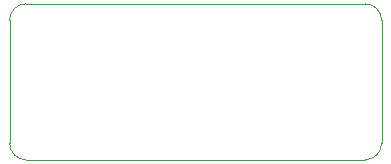
<source format=gbr>
G04 #@! TF.GenerationSoftware,KiCad,Pcbnew,(5.1.8)-1*
G04 #@! TF.CreationDate,2021-02-01T15:11:16-08:00*
G04 #@! TF.ProjectId,Modular_single_driver_Regulator,4d6f6475-6c61-4725-9f73-696e676c655f,rev?*
G04 #@! TF.SameCoordinates,Original*
G04 #@! TF.FileFunction,Profile,NP*
%FSLAX46Y46*%
G04 Gerber Fmt 4.6, Leading zero omitted, Abs format (unit mm)*
G04 Created by KiCad (PCBNEW (5.1.8)-1) date 2021-02-01 15:11:16*
%MOMM*%
%LPD*%
G01*
G04 APERTURE LIST*
G04 #@! TA.AperFunction,Profile*
%ADD10C,0.050000*%
G04 #@! TD*
G04 APERTURE END LIST*
D10*
X152908000Y-119507000D02*
X152908000Y-109093000D01*
X183007000Y-120904000D02*
X154305000Y-120904000D01*
X184404000Y-109093000D02*
X184404000Y-119507000D01*
X154305000Y-107696000D02*
X183007000Y-107696000D01*
X152908000Y-109093000D02*
G75*
G02*
X154305000Y-107696000I1397000J0D01*
G01*
X154305000Y-120904000D02*
G75*
G02*
X152908000Y-119507000I0J1397000D01*
G01*
X184404000Y-119507000D02*
G75*
G02*
X183007000Y-120904000I-1397000J0D01*
G01*
X183007000Y-107696000D02*
G75*
G02*
X184404000Y-109093000I0J-1397000D01*
G01*
M02*

</source>
